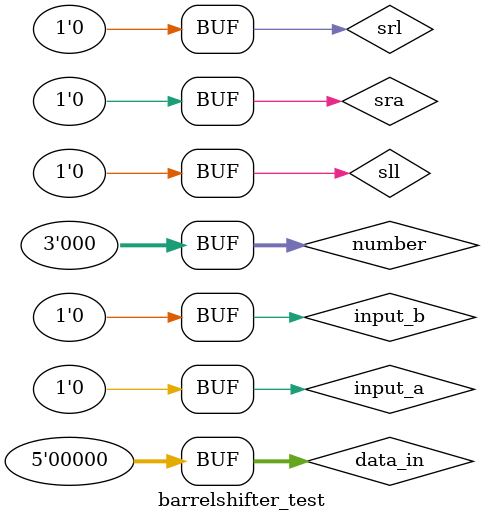
<source format=v>
`timescale 1ns / 1ps


module barrelshifter_test;

	// Inputs
	reg [2:0] number;
	reg sra;
	reg srl;
	reg sll;
	reg [4:0] data_in;
	reg input_a;
	reg input_b;

	// Outputs
	wire [3:0] data_out;

	// Instantiate the Unit Under Test (UUT)
	barrelshifter uut (
		.number(number), 
		.sra(sra), 
		.srl(srl), 
		.sll(sll), 
		.data_in(data_in), 
		.input_a(input_a), 
		.input_b(input_b), 
		.data_out(data_out)
	);

	initial begin
		// Initialize Inputs
		number = 0;
		sra = 0;
		srl = 0;
		sll = 0;
		data_in = 0;
		input_a = 0;
		input_b = 0;

		// Wait 100 ns for global reset to finish
		#100;
        
		// Add stimulus here

	end
      
endmodule


</source>
